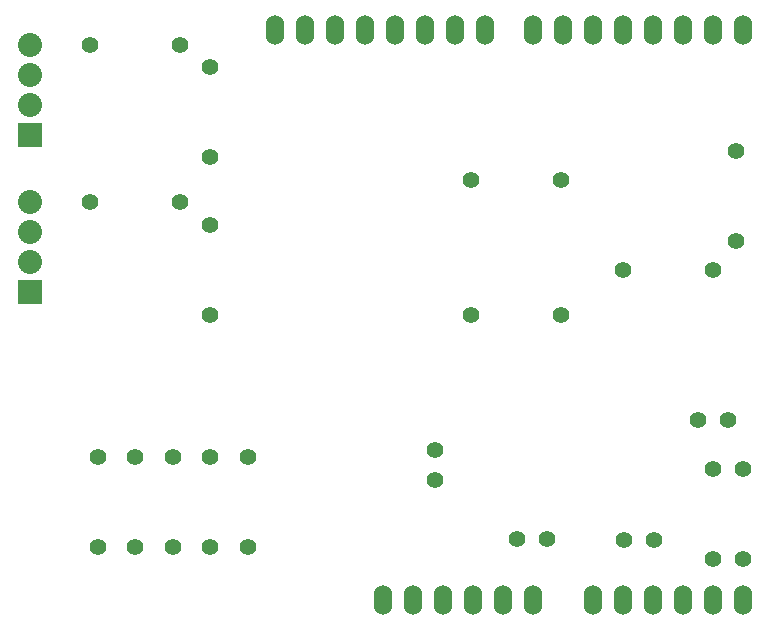
<source format=gbs>
G04 (created by PCBNEW (2013-07-07 BZR 4022)-stable) date 12/28/2014 6:13:33 PM*
%MOIN*%
G04 Gerber Fmt 3.4, Leading zero omitted, Abs format*
%FSLAX34Y34*%
G01*
G70*
G90*
G04 APERTURE LIST*
%ADD10C,0.00590551*%
%ADD11C,0.055*%
%ADD12O,0.06X0.1*%
%ADD13R,0.08X0.08*%
%ADD14C,0.08*%
G04 APERTURE END LIST*
G54D10*
G54D11*
X50550Y-43225D03*
X50550Y-46225D03*
X50550Y-30225D03*
X50550Y-33225D03*
X46550Y-29475D03*
X49550Y-29475D03*
X46550Y-34725D03*
X49550Y-34725D03*
X50550Y-35475D03*
X50550Y-38475D03*
X62225Y-33975D03*
X59225Y-33975D03*
X68075Y-36025D03*
X68075Y-33025D03*
X62225Y-38475D03*
X59225Y-38475D03*
X67300Y-36975D03*
X64300Y-36975D03*
X51800Y-43225D03*
X51800Y-46225D03*
X49300Y-43225D03*
X49300Y-46225D03*
X48050Y-43225D03*
X48050Y-46225D03*
X46800Y-43225D03*
X46800Y-46225D03*
X67300Y-43625D03*
X67300Y-46625D03*
X68300Y-43625D03*
X68300Y-46625D03*
X64350Y-45975D03*
X65350Y-45975D03*
X66800Y-41975D03*
X67800Y-41975D03*
X58025Y-43975D03*
X58025Y-42975D03*
X60775Y-45950D03*
X61775Y-45950D03*
G54D12*
X68300Y-47975D03*
X67300Y-47975D03*
X66300Y-47975D03*
X63300Y-47975D03*
X64300Y-47975D03*
X65300Y-47975D03*
X61300Y-47975D03*
X60300Y-47975D03*
X59300Y-47975D03*
X57300Y-47975D03*
X56300Y-47975D03*
X68300Y-28975D03*
X67300Y-28975D03*
X66300Y-28975D03*
X65300Y-28975D03*
X64300Y-28975D03*
X63300Y-28975D03*
X62300Y-28975D03*
X61300Y-28975D03*
X59700Y-28975D03*
X58700Y-28975D03*
X57700Y-28975D03*
X56700Y-28975D03*
X55700Y-28975D03*
X54700Y-28975D03*
X53700Y-28975D03*
X52700Y-28975D03*
X58300Y-47975D03*
G54D13*
X44550Y-37725D03*
G54D14*
X44550Y-36725D03*
X44550Y-35725D03*
X44550Y-34725D03*
G54D13*
X44550Y-32475D03*
G54D14*
X44550Y-31475D03*
X44550Y-30475D03*
X44550Y-29475D03*
M02*

</source>
